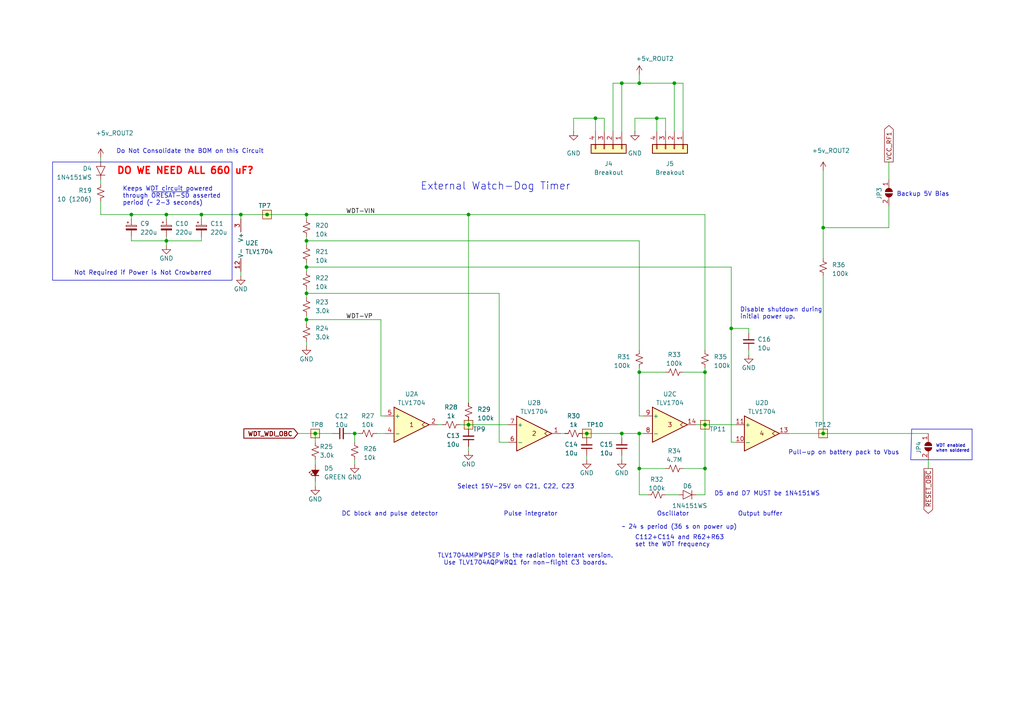
<source format=kicad_sch>
(kicad_sch (version 20231120) (generator "eeschema") (generator_version "8.0")
  (paper "A4")
  (lib_symbols
    (symbol "Connector_Generic:Conn_01x04" (pin_names (offset 1.016) hide)
      (property "Reference" "J" (at 0 5.08 0))
      (property "Value" "Conn_01x04" (at 0 -7.62 0))
      (symbol "Conn_01x04_1_1"
        (pin passive line (at -5.08 2.54 0) (length 3.81) (name "Pin_1") (number "1"))
        (pin passive line (at -5.08 0 0) (length 3.81) (name "Pin_2") (number "2"))
        (pin passive line (at -5.08 -2.54 0) (length 3.81) (name "Pin_3") (number "3"))
        (pin passive line (at -5.08 -5.08 0) (length 3.81) (name "Pin_4") (number "4"))
      )
    )
    (symbol "Device:C_Polarized_Small" (pin_numbers hide) (pin_names (offset 0.254) hide)
      (property "Reference" "C" (at 0.254 1.778 0))
      (property "Value" "C_Polarized_Small" (at 0.254 -2.032 0))
      (symbol "C_Polarized_Small_1_1"
        (pin passive line (at 0 2.54 270) (length 1.8542) (name "~") (number "1"))
        (pin passive line (at 0 -2.54 90) (length 1.8542) (name "~") (number "2"))
      )
    )
    (symbol "Device:C_Small" (pin_numbers hide) (pin_names (offset 0.254) hide)
      (property "Reference" "C" (at 0.254 1.778 0))
      (property "Value" "C_Small" (at 0.254 -2.032 0))
      (symbol "C_Small_1_1"
        (pin passive line (at 0 2.54 270) (length 2.032) (name "~") (number "1"))
        (pin passive line (at 0 -2.54 90) (length 2.032) (name "~") (number "2"))
      )
    )
    (symbol "Device:LED_Small_Filled" (pin_numbers hide) (pin_names (offset 0.254) hide)
      (property "Reference" "D" (at -1.27 3.175 0))
      (property "Value" "LED_Small_Filled" (at -4.445 -2.54 0))
      (symbol "LED_Small_Filled_1_1"
        (pin passive line (at -2.54 0 0) (length 1.778) (name "K") (number "1"))
        (pin passive line (at 2.54 0 180) (length 1.778) (name "A") (number "2"))
      )
    )
    (symbol "Device:R_Small_US" (pin_numbers hide) (pin_names (offset 0.254) hide)
      (property "Reference" "R" (at 0.762 0.508 0))
      (property "Value" "R_Small_US" (at 0.762 -1.016 0))
      (symbol "R_Small_US_1_1"
        (pin passive line (at 0 2.54 270) (length 1.016) (name "~") (number "1"))
        (pin passive line (at 0 -2.54 90) (length 1.016) (name "~") (number "2"))
      )
    )
    (symbol "GND_1" (power) (pin_numbers hide) (pin_names (offset 0) hide)
      (property "Value" "GND" (at 0 -3.81 0))
      (symbol "GND_1_1_1"
        (pin power_in line (at 0 0 270) (length 0) (name "~") (number "1"))
      )
    )
    (symbol "Jumper:SolderJumper_2_Open" (pin_names (offset 0) hide)
      (property "Reference" "JP" (at 0 2.032 0))
      (property "Value" "SolderJumper_2_Open" (at 0 -2.54 0))
      (symbol "SolderJumper_2_Open_1_1"
        (pin passive line (at -3.81 0 0) (length 2.54) (name "A") (number "1"))
        (pin passive line (at 3.81 0 180) (length 2.54) (name "B") (number "2"))
      )
    )
    (symbol "TLV1704AIPWR_1" (pin_names (offset 0.127))
      (property "Reference" "U" (at 0 5.08 0))
      (property "Value" "TLV1704AIPWR" (at 0 -5.08 0))
      (symbol "TLV1704AIPWR_1_1_1"
        (text "1" (at 0 0 0) (effects (font (size 1.27 1.27))))
        (pin open_collector line (at 7.62 0 180) (length 2.54) (name "~") (number "2"))
        (pin input line (at -7.62 -2.54 0) (length 2.54) (name "-") (number "4"))
        (pin input line (at -7.62 2.54 0) (length 2.54) (name "+") (number "5"))
      )
      (symbol "TLV1704AIPWR_1_2_1"
        (text "2" (at 0 0 0) (effects (font (size 1.27 1.27))))
        (pin open_collector line (at 7.62 0 180) (length 2.54) (name "~") (number "1"))
        (pin input line (at -7.62 -2.54 0) (length 2.54) (name "-") (number "6"))
        (pin input line (at -7.62 2.54 0) (length 2.54) (name "+") (number "7"))
      )
      (symbol "TLV1704AIPWR_1_3_1"
        (text "3" (at 0 0 0) (effects (font (size 1.27 1.27))))
        (pin open_collector line (at 7.62 0 180) (length 2.54) (name "~") (number "14"))
        (pin input line (at -7.62 -2.54 0) (length 2.54) (name "-") (number "8"))
        (pin input line (at -7.62 2.54 0) (length 2.54) (name "+") (number "9"))
      )
      (symbol "TLV1704AIPWR_1_4_1"
        (text "4" (at 0 0 0) (effects (font (size 1.27 1.27))))
        (pin input line (at -7.62 -2.54 0) (length 2.54) (name "-") (number "10"))
        (pin input line (at -7.62 2.54 0) (length 2.54) (name "+") (number "11"))
        (pin open_collector line (at 7.62 0 180) (length 2.54) (name "~") (number "13"))
      )
      (symbol "TLV1704AIPWR_1_5_1"
        (pin power_in line (at -2.54 -7.62 90) (length 3.81) (name "V-") (number "12"))
        (pin power_in line (at -2.54 7.62 270) (length 3.81) (name "V+") (number "3"))
      )
    )
    (symbol "TLV1704AIPWR_2" (pin_names (offset 0.127))
      (property "Reference" "U" (at 0 5.08 0))
      (property "Value" "TLV1704AIPWR" (at 0 -5.08 0))
      (symbol "TLV1704AIPWR_2_1_1"
        (text "1" (at 0 0 0) (effects (font (size 1.27 1.27))))
        (pin open_collector line (at 7.62 0 180) (length 2.54) (name "~") (number "2"))
        (pin input line (at -7.62 -2.54 0) (length 2.54) (name "-") (number "4"))
        (pin input line (at -7.62 2.54 0) (length 2.54) (name "+") (number "5"))
      )
      (symbol "TLV1704AIPWR_2_2_1"
        (text "2" (at 0 0 0) (effects (font (size 1.27 1.27))))
        (pin open_collector line (at 7.62 0 180) (length 2.54) (name "~") (number "1"))
        (pin input line (at -7.62 -2.54 0) (length 2.54) (name "-") (number "6"))
        (pin input line (at -7.62 2.54 0) (length 2.54) (name "+") (number "7"))
      )
      (symbol "TLV1704AIPWR_2_3_1"
        (text "3" (at 0 0 0) (effects (font (size 1.27 1.27))))
        (pin open_collector line (at 7.62 0 180) (length 2.54) (name "~") (number "14"))
        (pin input line (at -7.62 -2.54 0) (length 2.54) (name "-") (number "8"))
        (pin input line (at -7.62 2.54 0) (length 2.54) (name "+") (number "9"))
      )
      (symbol "TLV1704AIPWR_2_4_1"
        (text "4" (at 0 0 0) (effects (font (size 1.27 1.27))))
        (pin input line (at -7.62 -2.54 0) (length 2.54) (name "-") (number "10"))
        (pin input line (at -7.62 2.54 0) (length 2.54) (name "+") (number "11"))
        (pin open_collector line (at 7.62 0 180) (length 2.54) (name "~") (number "13"))
      )
      (symbol "TLV1704AIPWR_2_5_1"
        (pin power_in line (at -2.54 -7.62 90) (length 3.81) (name "V-") (number "12"))
        (pin power_in line (at -2.54 7.62 270) (length 3.81) (name "V+") (number "3"))
      )
    )
    (symbol "TLV1704AIPWR_3" (pin_names (offset 0.127))
      (property "Reference" "U" (at 0 5.08 0))
      (property "Value" "TLV1704AIPWR" (at 0 -5.08 0))
      (symbol "TLV1704AIPWR_3_1_1"
        (text "1" (at 0 0 0) (effects (font (size 1.27 1.27))))
        (pin open_collector line (at 7.62 0 180) (length 2.54) (name "~") (number "2"))
        (pin input line (at -7.62 -2.54 0) (length 2.54) (name "-") (number "4"))
        (pin input line (at -7.62 2.54 0) (length 2.54) (name "+") (number "5"))
      )
      (symbol "TLV1704AIPWR_3_2_1"
        (text "2" (at 0 0 0) (effects (font (size 1.27 1.27))))
        (pin open_collector line (at 7.62 0 180) (length 2.54) (name "~") (number "1"))
        (pin input line (at -7.62 -2.54 0) (length 2.54) (name "-") (number "6"))
        (pin input line (at -7.62 2.54 0) (length 2.54) (name "+") (number "7"))
      )
      (symbol "TLV1704AIPWR_3_3_1"
        (text "3" (at 0 0 0) (effects (font (size 1.27 1.27))))
        (pin open_collector line (at 7.62 0 180) (length 2.54) (name "~") (number "14"))
        (pin input line (at -7.62 -2.54 0) (length 2.54) (name "-") (number "8"))
        (pin input line (at -7.62 2.54 0) (length 2.54) (name "+") (number "9"))
      )
      (symbol "TLV1704AIPWR_3_4_1"
        (text "4" (at 0 0 0) (effects (font (size 1.27 1.27))))
        (pin input line (at -7.62 -2.54 0) (length 2.54) (name "-") (number "10"))
        (pin input line (at -7.62 2.54 0) (length 2.54) (name "+") (number "11"))
        (pin open_collector line (at 7.62 0 180) (length 2.54) (name "~") (number "13"))
      )
      (symbol "TLV1704AIPWR_3_5_1"
        (pin power_in line (at -2.54 -7.62 90) (length 3.81) (name "V-") (number "12"))
        (pin power_in line (at -2.54 7.62 270) (length 3.81) (name "V+") (number "3"))
      )
    )
    (symbol "TLV1704AIPWR_4" (pin_names (offset 0.127))
      (property "Reference" "U" (at 0 5.08 0))
      (property "Value" "TLV1704AIPWR" (at 0 -5.08 0))
      (symbol "TLV1704AIPWR_4_1_1"
        (text "1" (at 0 0 0) (effects (font (size 1.27 1.27))))
        (pin open_collector line (at 7.62 0 180) (length 2.54) (name "~") (number "2"))
        (pin input line (at -7.62 -2.54 0) (length 2.54) (name "-") (number "4"))
        (pin input line (at -7.62 2.54 0) (length 2.54) (name "+") (number "5"))
      )
      (symbol "TLV1704AIPWR_4_2_1"
        (text "2" (at 0 0 0) (effects (font (size 1.27 1.27))))
        (pin open_collector line (at 7.62 0 180) (length 2.54) (name "~") (number "1"))
        (pin input line (at -7.62 -2.54 0) (length 2.54) (name "-") (number "6"))
        (pin input line (at -7.62 2.54 0) (length 2.54) (name "+") (number "7"))
      )
      (symbol "TLV1704AIPWR_4_3_1"
        (text "3" (at 0 0 0) (effects (font (size 1.27 1.27))))
        (pin open_collector line (at 7.62 0 180) (length 2.54) (name "~") (number "14"))
        (pin input line (at -7.62 -2.54 0) (length 2.54) (name "-") (number "8"))
        (pin input line (at -7.62 2.54 0) (length 2.54) (name "+") (number "9"))
      )
      (symbol "TLV1704AIPWR_4_4_1"
        (text "4" (at 0 0 0) (effects (font (size 1.27 1.27))))
        (pin input line (at -7.62 -2.54 0) (length 2.54) (name "-") (number "10"))
        (pin input line (at -7.62 2.54 0) (length 2.54) (name "+") (number "11"))
        (pin open_collector line (at 7.62 0 180) (length 2.54) (name "~") (number "13"))
      )
      (symbol "TLV1704AIPWR_4_5_1"
        (pin power_in line (at -2.54 -7.62 90) (length 3.81) (name "V-") (number "12"))
        (pin power_in line (at -2.54 7.62 270) (length 3.81) (name "V+") (number "3"))
      )
    )
    (symbol "oresat-diodes:1N4151WS-HE3" (pin_numbers hide) (pin_names (offset 0) hide)
      (property "Reference" "D" (at 0 2.54 0))
      (property "Value" "1N4151WS" (at 0 -2.54 0))
      (symbol "1N4151WS-HE3_1_1"
        (pin passive line (at 2.54 0 180) (length 1.27) (name "1") (number "1"))
        (pin passive line (at -2.54 0 0) (length 1.27) (name "2") (number "2"))
      )
    )
    (symbol "oresat-ics:TLV1704AIPWR" (pin_names (offset 0.127))
      (property "Reference" "U" (at 0 5.08 0))
      (property "Value" "TLV1704AIPWR" (at 0 -5.08 0))
      (symbol "TLV1704AIPWR_1_1"
        (text "1" (at 0 0 0) (effects (font (size 1.27 1.27))))
        (pin open_collector line (at 7.62 0 180) (length 2.54) (name "~") (number "2"))
        (pin input line (at -7.62 -2.54 0) (length 2.54) (name "-") (number "4"))
        (pin input line (at -7.62 2.54 0) (length 2.54) (name "+") (number "5"))
      )
      (symbol "TLV1704AIPWR_2_1"
        (text "2" (at 0 0 0) (effects (font (size 1.27 1.27))))
        (pin open_collector line (at 7.62 0 180) (length 2.54) (name "~") (number "1"))
        (pin input line (at -7.62 -2.54 0) (length 2.54) (name "-") (number "6"))
        (pin input line (at -7.62 2.54 0) (length 2.54) (name "+") (number "7"))
      )
      (symbol "TLV1704AIPWR_3_1"
        (text "3" (at 0 0 0) (effects (font (size 1.27 1.27))))
        (pin open_collector line (at 7.62 0 180) (length 2.54) (name "~") (number "14"))
        (pin input line (at -7.62 -2.54 0) (length 2.54) (name "-") (number "8"))
        (pin input line (at -7.62 2.54 0) (length 2.54) (name "+") (number "9"))
      )
      (symbol "TLV1704AIPWR_4_1"
        (text "4" (at 0 0 0) (effects (font (size 1.27 1.27))))
        (pin input line (at -7.62 -2.54 0) (length 2.54) (name "-") (number "10"))
        (pin input line (at -7.62 2.54 0) (length 2.54) (name "+") (number "11"))
        (pin open_collector line (at 7.62 0 180) (length 2.54) (name "~") (number "13"))
      )
      (symbol "TLV1704AIPWR_5_1"
        (pin power_in line (at -2.54 -7.62 90) (length 3.81) (name "V-") (number "12"))
        (pin power_in line (at -2.54 7.62 270) (length 3.81) (name "V+") (number "3"))
      )
    )
    (symbol "oresat-misc:Test-Point-0.75mm-th" (exclude_from_sim yes) (in_bom no)
      (property "Reference" "TP" (at 0 2.54 0))
      (symbol "Test-Point-0.75mm-th_1_0"
        (pin passive line (at 0 0 0) (length 0) (name "1") (number "1"))
      )
    )
    (symbol "power:GND" (power) (pin_names (offset 0))
      (property "Value" "GND" (at 0 -3.81 0))
      (symbol "GND_1_1"
        (pin power_in line (at 0 0 270) (length 0) hide (name "GND") (number "1"))
      )
    )
    (symbol "power:VBUS" (power) (pin_numbers hide) (pin_names (offset 0) hide)
      (property "Value" "VBUS" (at 0 3.556 0))
      (symbol "VBUS_1_1"
        (pin power_in line (at 0 0 90) (length 0) (name "~") (number "1"))
      )
    )
  )
  (junction (at 185.42 125.73))
  (junction (at 195.58 24.13))
  (junction (at 180.34 125.73))
  (junction (at 185.42 107.95))
  (junction (at 204.47 123.19))
  (junction (at 212.09 95.25))
  (junction (at 238.76 66.04))
  (junction (at 88.9 62.23))
  (junction (at 204.47 107.95))
  (junction (at 185.42 24.13))
  (junction (at 190.5 34.29))
  (junction (at 135.89 62.23))
  (junction (at 91.44 125.73))
  (junction (at 77.47 62.23))
  (junction (at 204.47 135.89))
  (junction (at 58.42 62.23))
  (junction (at 88.9 85.09))
  (junction (at 102.87 125.73))
  (junction (at 88.9 92.71))
  (junction (at 170.18 125.73))
  (junction (at 69.85 62.23))
  (junction (at 38.1 62.23))
  (junction (at 185.42 135.89))
  (junction (at 172.72 34.29))
  (junction (at 48.26 62.23))
  (junction (at 135.89 123.19))
  (junction (at 238.76 125.73))
  (junction (at 48.26 69.85))
  (junction (at 88.9 77.47))
  (junction (at 180.34 24.13))
  (junction (at 88.9 69.85))
  (wire (pts (xy 29.21 58.42) (xy 29.21 62.23)))
  (wire (pts (xy 198.12 38.1) (xy 198.12 24.13)))
  (wire (pts (xy 172.72 38.1) (xy 172.72 34.29)))
  (wire (pts (xy 204.47 101.6) (xy 204.47 62.23)))
  (wire (pts (xy 133.35 123.19) (xy 135.89 123.19)))
  (wire (pts (xy 198.12 135.89) (xy 204.47 135.89)))
  (wire (pts (xy 180.34 24.13) (xy 180.34 38.1)))
  (wire (pts (xy 88.9 92.71) (xy 88.9 93.98)))
  (wire (pts (xy 217.17 96.52) (xy 217.17 95.25)))
  (wire (pts (xy 88.9 77.47) (xy 212.09 77.47)))
  (wire (pts (xy 257.81 59.69) (xy 257.81 66.04)))
  (wire (pts (xy 88.9 92.71) (xy 110.49 92.71)))
  (wire (pts (xy 48.26 68.58) (xy 48.26 69.85)))
  (wire (pts (xy 212.09 95.25) (xy 212.09 128.27)))
  (wire (pts (xy 69.85 80.01) (xy 69.85 78.74)))
  (wire (pts (xy 86.36 125.73) (xy 91.44 125.73)))
  (wire (pts (xy 144.78 128.27) (xy 147.32 128.27)))
  (wire (pts (xy 238.76 66.04) (xy 238.76 74.93)))
  (wire (pts (xy 58.42 62.23) (xy 69.85 62.23)))
  (wire (pts (xy 88.9 68.58) (xy 88.9 69.85)))
  (wire (pts (xy 88.9 83.82) (xy 88.9 85.09)))
  (wire (pts (xy 217.17 102.87) (xy 217.17 101.6)))
  (wire (pts (xy 48.26 69.85) (xy 38.1 69.85)))
  (wire (pts (xy 185.42 101.6) (xy 185.42 69.85)))
  (wire (pts (xy 88.9 77.47) (xy 88.9 78.74)))
  (wire (pts (xy 193.04 135.89) (xy 185.42 135.89)))
  (wire (pts (xy 91.44 140.97) (xy 91.44 139.7)))
  (wire (pts (xy 127 123.19) (xy 128.27 123.19)))
  (wire (pts (xy 198.12 24.13) (xy 195.58 24.13)))
  (polyline (pts (xy 264.16 133.35) (xy 264.414 124.46)))
  (wire (pts (xy 29.21 52.07) (xy 29.21 53.34)))
  (wire (pts (xy 185.42 106.68) (xy 185.42 107.95)))
  (wire (pts (xy 29.21 62.23) (xy 38.1 62.23)))
  (wire (pts (xy 135.89 123.19) (xy 135.89 121.92)))
  (wire (pts (xy 177.8 38.1) (xy 177.8 24.13)))
  (wire (pts (xy 190.5 34.29) (xy 184.15 34.29)))
  (wire (pts (xy 185.42 107.95) (xy 193.04 107.95)))
  (wire (pts (xy 190.5 38.1) (xy 190.5 34.29)))
  (wire (pts (xy 38.1 68.58) (xy 38.1 69.85)))
  (wire (pts (xy 204.47 107.95) (xy 204.47 123.19)))
  (wire (pts (xy 212.09 77.47) (xy 212.09 95.25)))
  (wire (pts (xy 175.26 34.29) (xy 175.26 38.1)))
  (wire (pts (xy 238.76 49.53) (xy 238.76 66.04)))
  (wire (pts (xy 204.47 143.51) (xy 204.47 135.89)))
  (wire (pts (xy 77.47 62.23) (xy 88.9 62.23)))
  (wire (pts (xy 135.89 62.23) (xy 88.9 62.23)))
  (wire (pts (xy 48.26 62.23) (xy 48.26 63.5)))
  (wire (pts (xy 257.81 66.04) (xy 238.76 66.04)))
  (wire (pts (xy 162.56 125.73) (xy 163.83 125.73)))
  (polyline (pts (xy 264.414 124.46) (xy 281.94 124.46)))
  (wire (pts (xy 58.42 63.5) (xy 58.42 62.23)))
  (wire (pts (xy 88.9 99.06) (xy 88.9 100.33)))
  (wire (pts (xy 172.72 34.29) (xy 175.26 34.29)))
  (wire (pts (xy 135.89 130.81) (xy 135.89 129.54)))
  (wire (pts (xy 195.58 38.1) (xy 195.58 24.13)))
  (wire (pts (xy 212.09 95.25) (xy 217.17 95.25)))
  (wire (pts (xy 168.91 125.73) (xy 170.18 125.73)))
  (wire (pts (xy 48.26 69.85) (xy 58.42 69.85)))
  (wire (pts (xy 109.22 125.73) (xy 111.76 125.73)))
  (wire (pts (xy 69.85 63.5) (xy 69.85 62.23)))
  (wire (pts (xy 180.34 24.13) (xy 185.42 24.13)))
  (wire (pts (xy 48.26 62.23) (xy 58.42 62.23)))
  (wire (pts (xy 88.9 85.09) (xy 144.78 85.09)))
  (wire (pts (xy 166.37 34.29) (xy 166.37 38.1)))
  (wire (pts (xy 204.47 106.68) (xy 204.47 107.95)))
  (wire (pts (xy 185.42 125.73) (xy 186.69 125.73)))
  (wire (pts (xy 185.42 120.65) (xy 185.42 107.95)))
  (wire (pts (xy 180.34 125.73) (xy 185.42 125.73)))
  (wire (pts (xy 193.04 34.29) (xy 193.04 38.1)))
  (wire (pts (xy 102.87 125.73) (xy 104.14 125.73)))
  (wire (pts (xy 180.34 133.35) (xy 180.34 132.08)))
  (wire (pts (xy 186.69 120.65) (xy 185.42 120.65)))
  (wire (pts (xy 135.89 123.19) (xy 147.32 123.19)))
  (wire (pts (xy 101.6 125.73) (xy 102.87 125.73)))
  (wire (pts (xy 195.58 24.13) (xy 185.42 24.13)))
  (wire (pts (xy 257.81 46.99) (xy 257.81 52.07)))
  (wire (pts (xy 170.18 125.73) (xy 170.18 127)))
  (wire (pts (xy 110.49 92.71) (xy 110.49 120.65)))
  (wire (pts (xy 172.72 34.29) (xy 166.37 34.29)))
  (wire (pts (xy 69.85 62.23) (xy 77.47 62.23)))
  (wire (pts (xy 198.12 107.95) (xy 204.47 107.95)))
  (wire (pts (xy 102.87 125.73) (xy 102.87 128.27)))
  (wire (pts (xy 170.18 125.73) (xy 180.34 125.73)))
  (wire (pts (xy 184.15 34.29) (xy 184.15 38.1)))
  (wire (pts (xy 135.89 62.23) (xy 135.89 116.84)))
  (wire (pts (xy 180.34 127) (xy 180.34 125.73)))
  (wire (pts (xy 91.44 133.35) (xy 91.44 134.62)))
  (wire (pts (xy 185.42 135.89) (xy 185.42 125.73)))
  (wire (pts (xy 228.6 125.73) (xy 238.76 125.73)))
  (wire (pts (xy 88.9 69.85) (xy 185.42 69.85)))
  (wire (pts (xy 48.26 69.85) (xy 48.26 71.12)))
  (wire (pts (xy 201.93 123.19) (xy 204.47 123.19)))
  (wire (pts (xy 91.44 125.73) (xy 96.52 125.73)))
  (wire (pts (xy 185.42 143.51) (xy 185.42 135.89)))
  (wire (pts (xy 204.47 135.89) (xy 204.47 123.19)))
  (wire (pts (xy 269.24 133.35) (xy 269.24 135.89)))
  (wire (pts (xy 88.9 76.2) (xy 88.9 77.47)))
  (wire (pts (xy 38.1 62.23) (xy 38.1 63.5)))
  (wire (pts (xy 29.21 45.72) (xy 29.21 46.99)))
  (wire (pts (xy 91.44 128.27) (xy 91.44 125.73)))
  (wire (pts (xy 38.1 62.23) (xy 48.26 62.23)))
  (wire (pts (xy 58.42 68.58) (xy 58.42 69.85)))
  (wire (pts (xy 135.89 62.23) (xy 204.47 62.23)))
  (wire (pts (xy 88.9 91.44) (xy 88.9 92.71)))
  (wire (pts (xy 238.76 80.01) (xy 238.76 125.73)))
  (wire (pts (xy 135.89 123.19) (xy 135.89 124.46)))
  (wire (pts (xy 238.76 125.73) (xy 269.24 125.73)))
  (wire (pts (xy 177.8 24.13) (xy 180.34 24.13)))
  (wire (pts (xy 204.47 123.19) (xy 213.36 123.19)))
  (wire (pts (xy 88.9 63.5) (xy 88.9 62.23)))
  (wire (pts (xy 102.87 133.35) (xy 102.87 134.62)))
  (wire (pts (xy 212.09 128.27) (xy 213.36 128.27)))
  (wire (pts (xy 193.04 143.51) (xy 196.85 143.51)))
  (polyline (pts (xy 281.94 124.46) (xy 281.94 133.35)))
  (wire (pts (xy 88.9 85.09) (xy 88.9 86.36)))
  (wire (pts (xy 190.5 34.29) (xy 193.04 34.29)))
  (wire (pts (xy 144.78 85.09) (xy 144.78 128.27)))
  (wire (pts (xy 110.49 120.65) (xy 111.76 120.65)))
  (wire (pts (xy 185.42 24.13) (xy 185.42 21.59)))
  (wire (pts (xy 201.93 143.51) (xy 204.47 143.51)))
  (polyline (pts (xy 281.94 133.35) (xy 264.16 133.35)))
  (wire (pts (xy 185.42 143.51) (xy 187.96 143.51)))
  (wire (pts (xy 88.9 69.85) (xy 88.9 71.12)))
  (wire (pts (xy 170.18 133.35) (xy 170.18 132.08)))
  (rectangle (start 15.24 46.99) (end 67.31 81.28))
  (text "Select 15V-25V on C21, C22, C23" (at 149.606 141.224 0) (effects (font (size 1.27 1.27))))
  (text "TLV1704AMPWPSEP is the radiation tolerant version.\nUse TLV1704AQPWRQ1 for non-flight C3 boards." (at 152.4 162.306 0) (effects (font (size 1.27 1.27))))
  (text "DO WE NEED ALL 660 uF?" (at 33.782 50.8 0) (effects (font (size 2 2) (thickness 0.4) (bold yes)) (justify left bottom)))
  (text "~ 24 s period (36 s on power up)" (at 180.34 153.67 0) (effects (font (size 1.27 1.27)) (justify left bottom)))
  (text "Pulse integrator" (at 146.05 149.86 0) (effects (font (size 1.27 1.27)) (justify left bottom)))
  (text "Not Required if Power is Not Crowbarred " (at 41.91 79.248 0) (effects (font (size 1.27 1.27))))
  (text "Do Not Consolidate the BOM on this Circuit" (at 55.118 43.942 0) (effects (font (size 1.27 1.27))))
  (text "External Watch-Dog Timer" (at 121.92 55.372 0) (effects (font (size 2.159 2.159)) (justify left bottom)))
  (text "D5 and D7 MUST be 1N4151WS" (at 222.504 143.256 0) (effects (font (size 1.27 1.27))))
  (text "Oscillator" (at 190.5 149.86 0) (effects (font (size 1.27 1.27)) (justify left bottom)))
  (text "C112+C114 and R62+R63 \nset the WDT frequency" (at 184.15 158.75 0) (effects (font (size 1.27 1.27)) (justify left bottom)))
  (text "Pull-up on battery pack to Vbus" (at 228.6 132.08 0) (effects (font (size 1.27 1.27)) (justify left bottom)))
  (text "Keeps WDT circuit powered\nthrough ~{ORESAT-SD} asserted\nperiod (~ 2-3 seconds)" (at 35.56 59.69 0) (effects (font (size 1.27 1.27)) (justify left bottom)))
  (text "Backup 5V Bias" (at 267.716 56.388 0) (effects (font (size 1.27 1.27))))
  (text "Output buffer" (at 213.995 149.86 0) (effects (font (size 1.27 1.27)) (justify left bottom)))
  (text "Disable shutdown during\ninitial power up." (at 214.63 92.71 0) (effects (font (size 1.27 1.27)) (justify left bottom)))
  (text "DC block and pulse detector" (at 99.06 149.86 0) (effects (font (size 1.27 1.27)) (justify left bottom)))
  (text "WDT enabled\nwhen soldered" (at 271.399 131.318 0) (effects (font (size 0.889 0.889)) (justify left bottom)))
  (label "WDT-VIN" (at 100.33 62.23 0))
  (label "WDT-VP" (at 100.33 92.71 0))
  (global_label "VCC_RF1" (shape output) (at 257.81 46.99 90) (property "Intersheetrefs" "${INTERSHEET_REFS}" (effects (hide yes))))
  (global_label "~{RESET_OBC}" (shape output) (at 269.24 135.89 270) (property "Intersheetrefs" "${INTERSHEET_REFS}" (effects (hide yes))))
  (global_label "WDT_WDI_OBC" (shape input) (at 86.36 125.73 180) (effects (font (thickness 0.254) (bold yes))) (property "Intersheetrefs" "${INTERSHEET_REFS}" (effects (hide yes))))
  (symbol (lib_id "Device:R_Small_US") (at 106.68 125.73 90) (unit 1)
    (property "Reference" "R27" (at 106.68 120.65 90))
    (property "Value" "10k" (at 106.68 123.19 90))
    (property "Footprint" "Resistor_SMD:R_0603_1608Metric" (effects (hide yes)))
    (property "Description" "10 kOhms ±1% 0.1W, 1/10W Chip Resistor 0603 (1608 Metric) Automotive AEC-Q200 Thick Film" (effects (hide yes)))
    (property "DPN" "RMCF0603FT10K0CT-ND" (effects (hide yes)))
    (property "DST" "Digi-Key" (effects (hide yes)))
    (property "MFR" "Stackpole Electronics Inc" (effects (hide yes)))
    (property "MPN" "RMCF0603FT10K0" (effects (hide yes)))
  )
  (symbol (lib_id "power:GND") (at 102.87 134.62 0) (unit 1)
    (property "Reference" "#PWR020" (effects (hide yes)))
    (property "Value" "GND" (at 102.87 138.43 0))
    (property "Description" "Power symbol creates a global label with name \"GND\" , ground" (effects (hide yes)))
  )
  (symbol (lib_id "power:GND") (at 69.85 80.01 0) (mirror y) (unit 1)
    (property "Reference" "#PWR017" (effects (hide yes)))
    (property "Value" "GND" (at 69.85 83.82 0))
    (property "Description" "Power symbol creates a global label with name \"GND\" , ground" (effects (hide yes)))
  )
  (symbol (lib_id "power:GND") (at 135.89 130.81 0) (unit 1)
    (property "Reference" "#PWR021" (effects (hide yes)))
    (property "Value" "GND" (at 135.89 134.62 0))
    (property "Description" "Power symbol creates a global label with name \"GND\" , ground" (effects (hide yes)))
  )
  (symbol (lib_id "power:GND") (at 91.44 140.97 0) (unit 1)
    (property "Reference" "#PWR019" (effects (hide yes)))
    (property "Value" "GND" (at 91.44 144.78 0))
    (property "Description" "Power symbol creates a global label with name \"GND\" , ground" (effects (hide yes)))
  )
  (symbol (lib_id "oresat-misc:Test-Point-0.75mm-th") (at 170.18 125.73 0) (unit 1) (exclude_from_sim yes) (in_bom no)
    (property "Reference" "TP10" (at 170.18 123.19 0) (effects (justify left)))
    (property "Value" "TestPoint-MinTH" (effects (hide yes)))
    (property "Footprint" "oresat-misc:TestPoint-0.75mm-th" (effects (hide yes)))
    (property "Description" "0.75 mm TH test point; good for scope probes and jumpers" (effects (hide yes)))
  )
  (symbol (lib_name "TLV1704AIPWR_3") (lib_id "oresat-ics:TLV1704AIPWR") (at 220.98 125.73 0) (unit 4)
    (property "Reference" "U2" (at 220.98 116.84 0))
    (property "Value" "TLV1704" (at 220.98 119.38 0))
    (property "Footprint" "Package_SO:TSSOP-14_4.4x5mm_P0.65mm" (effects (hide yes)))
    (property "Datasheet" "https://www.ti.com/lit/ds/symlink/tlv1704-sep.pdf" (effects (hide yes)))
    (property "Description" "Analog Comparators 2.2-V to 36-V, radiation tolerant microPower quad comparator in space enhanced plastic 14-TSSOP -55 to 125" (effects (hide yes)))
    (property "MFR" "Texas Instruments" (effects (hide yes)))
    (property "MPN" "TLV1704AQPWRQ1" (effects (hide yes)))
    (property "DST" "Digi-Key" (effects (hide yes)))
    (property "DPN" "296-43799-2-ND" (effects (hide yes)))
  )
  (symbol (lib_name "TLV1704AIPWR_1") (lib_id "oresat-ics:TLV1704AIPWR") (at 119.38 123.19 0) (unit 1)
    (property "Reference" "U2" (at 119.38 114.3 0))
    (property "Value" "TLV1704" (at 119.38 116.84 0))
    (property "Footprint" "Package_SO:TSSOP-14_4.4x5mm_P0.65mm" (effects (hide yes)))
    (property "Datasheet" "https://www.ti.com/lit/ds/symlink/tlv1704-sep.pdf" (effects (hide yes)))
    (property "Description" "Analog Comparators 2.2-V to 36-V, radiation tolerant microPower quad comparator in space enhanced plastic 14-TSSOP -55 to 125" (effects (hide yes)))
    (property "MFR" "Texas Instruments" (effects (hide yes)))
    (property "MPN" "TLV1704AQPWRQ1" (effects (hide yes)))
    (property "DST" "Digi-Key" (effects (hide yes)))
    (property "DPN" "296-43799-2-ND" (effects (hide yes)))
  )
  (symbol (lib_name "GND_1") (lib_id "power:GND") (at 184.15 38.1 0) (unit 1)
    (property "Reference" "#PWR025" (effects (hide yes)))
    (property "Value" "GND" (at 184.15 44.45 0))
    (property "Description" "Power symbol creates a global label with name \"GND\" , ground" (effects (hide yes)))
  )
  (symbol (lib_id "power:VBUS") (at 29.21 45.72 0) (unit 1)
    (property "Reference" "#PWR015" (effects (hide yes)))
    (property "Value" "+5v_ROUT2" (at 27.686 38.608 0) (effects (justify left)))
    (property "Description" "Power symbol creates a global label with name \"VBUS\"" (effects (hide yes)))
  )
  (symbol (lib_id "Device:C_Small") (at 99.06 125.73 90) (unit 1)
    (property "Reference" "C12" (at 99.0663 120.65 90))
    (property "Value" "10u" (at 99.0663 123.19 90))
    (property "Footprint" "Capacitor_SMD:C_0603_1608Metric" (effects (hide yes)))
    (property "Description" "10 µF ±10% 16V Ceramic Capacitor X5R 0603 (1608 Metric)" (effects (hide yes)))
    (property "DPN" "490-12317-1-ND" (effects (hide yes)))
    (property "DST" "Digi-Key" (effects (hide yes)))
    (property "MFR" "Murata" (effects (hide yes)))
    (property "MPN" "GRT188R61C106KE13D" (effects (hide yes)))
  )
  (symbol (lib_id "power:GND") (at 88.9 100.33 0) (unit 1)
    (property "Reference" "#PWR018" (effects (hide yes)))
    (property "Value" "GND" (at 88.9 104.14 0))
    (property "Description" "Power symbol creates a global label with name \"GND\" , ground" (effects (hide yes)))
  )
  (symbol (lib_id "Device:C_Polarized_Small") (at 48.26 66.04 0) (unit 1)
    (property "Reference" "C10" (at 50.8 64.8589 0) (effects (justify left)))
    (property "Value" "220u" (at 50.8 67.3989 0) (effects (justify left)))
    (property "Footprint" "Capacitor_Tantalum_SMD:CP_EIA-7361-38_AVX-V" (effects (hide yes)))
    (property "Description" "220µF Molded Tantalum Capacitors 16V 2917 (7343 Metric) 100mOhm @ 100kHz" (effects (hide yes)))
    (property "DPN" "478-12518-2-ND" (effects (hide yes)))
    (property "DST" "Digi-Key" (effects (hide yes)))
    (property "MFR" "Kyocera AVX" (effects (hide yes)))
    (property "MPN" "TCN4227M025R0100" (effects (hide yes)))
  )
  (symbol (lib_id "Device:R_Small_US") (at 185.42 104.14 0) (mirror x) (unit 1)
    (property "Reference" "R31" (at 182.88 103.505 0) (effects (justify right)))
    (property "Value" "100k" (at 182.88 106.045 0) (effects (justify right)))
    (property "Footprint" "Resistor_SMD:R_0603_1608Metric" (effects (hide yes)))
    (property "Description" "100 kOhms ±5% 0.1W, 1/10W Chip Resistor 0603 (1608 Metric) Automotive AEC-Q200 Thick Film" (effects (hide yes)))
    (property "DPN" "RMCF0603FT100KCT-ND" (effects (hide yes)))
    (property "DST" "Digi-Key" (effects (hide yes)))
    (property "MFR" "Stackpole Electronics Inc" (effects (hide yes)))
    (property "MPN" "RMCF0603FT100K" (effects (hide yes)))
  )
  (symbol (lib_id "Device:R_Small_US") (at 195.58 135.89 270) (unit 1)
    (property "Reference" "R34" (at 195.58 130.81 90))
    (property "Value" "4.7M" (at 195.58 133.35 90))
    (property "Footprint" "Resistor_SMD:R_0603_1608Metric" (effects (hide yes)))
    (property "Description" "4.7 MOhms ±1% 0.1W, 1/10W Chip Resistor 0603 (1608 Metric) Automotive AEC-Q200 Thick Film" (effects (hide yes)))
    (property "DPN" "RMCF0603FT4M70CT-ND" (effects (hide yes)))
    (property "DST" "Digi-Key" (effects (hide yes)))
    (property "MFR" "Stackpole Electronics Inc" (effects (hide yes)))
    (property "MPN" "RMCF0603FT4M70" (effects (hide yes)))
  )
  (symbol (lib_id "Device:R_Small_US") (at 135.89 119.38 0) (unit 1)
    (property "Reference" "R29" (at 138.43 118.745 0) (effects (justify left)))
    (property "Value" "100k" (at 138.43 121.285 0) (effects (justify left)))
    (property "Footprint" "Resistor_SMD:R_0603_1608Metric" (effects (hide yes)))
    (property "Description" "100 kOhms ±5% 0.1W, 1/10W Chip Resistor 0603 (1608 Metric) Automotive AEC-Q200 Thick Film" (effects (hide yes)))
    (property "DPN" "RMCF0603FT100KCT-ND" (effects (hide yes)))
    (property "DST" "Digi-Key" (effects (hide yes)))
    (property "MFR" "Stackpole Electronics Inc" (effects (hide yes)))
    (property "MPN" "RMCF0603FT100K" (effects (hide yes)))
  )
  (symbol (lib_id "Device:R_Small_US") (at 91.44 130.81 0) (unit 1)
    (property "Reference" "R25" (at 92.71 129.54 0) (effects (justify left)))
    (property "Value" "3.0k" (at 92.71 132.08 0) (effects (justify left)))
    (property "Footprint" "Resistor_SMD:R_0603_1608Metric" (effects (hide yes)))
    (property "Description" "3 kOhms ±1% 0.1W, 1/10W Chip Resistor 0603 (1608 Metric) Automotive AEC-Q200 Thick Film" (effects (hide yes)))
    (property "DPN" "RMCF0603FT3K00CT-ND" (effects (hide yes)))
    (property "DST" "Digi-Key" (effects (hide yes)))
    (property "MFR" "Stackpole Electronics Inc" (effects (hide yes)))
    (property "MPN" "RMCF0603FT3K00" (effects (hide yes)))
  )
  (symbol (lib_id "Device:C_Small") (at 180.34 129.54 0) (mirror x) (unit 1)
    (property "Reference" "C15" (at 177.8 128.8986 0) (effects (justify right)))
    (property "Value" "10u" (at 177.8 131.4386 0) (effects (justify right)))
    (property "Footprint" "Capacitor_SMD:C_0603_1608Metric" (effects (hide yes)))
    (property "Description" "10 µF ±10% 16V Ceramic Capacitor X5R 0603 (1608 Metric)" (effects (hide yes)))
    (property "DPN" "490-12317-1-ND" (effects (hide yes)))
    (property "DST" "Digi-Key" (effects (hide yes)))
    (property "MFR" "Murata" (effects (hide yes)))
    (property "MPN" "GRT188R61C106KE13D" (effects (hide yes)))
  )
  (symbol (lib_id "Device:R_Small_US") (at 102.87 130.81 0) (unit 1)
    (property "Reference" "R26" (at 105.41 130.175 0) (effects (justify left)))
    (property "Value" "10k" (at 105.41 132.715 0) (effects (justify left)))
    (property "Footprint" "Resistor_SMD:R_0603_1608Metric" (effects (hide yes)))
    (property "Description" "10 kOhms ±1% 0.1W, 1/10W Chip Resistor 0603 (1608 Metric) Automotive AEC-Q200 Thick Film" (effects (hide yes)))
    (property "DPN" "RMCF0603FT10K0CT-ND" (effects (hide yes)))
    (property "DST" "Digi-Key" (effects (hide yes)))
    (property "MFR" "Stackpole Electronics Inc" (effects (hide yes)))
    (property "MPN" "RMCF0603FT10K0" (effects (hide yes)))
  )
  (symbol (lib_id "power:VBUS") (at 238.76 49.53 0) (unit 1)
    (property "Reference" "#PWR028" (effects (hide yes)))
    (property "Value" "+5v_ROUT2" (at 235.458 43.688 0) (effects (justify left)))
    (property "Description" "Power symbol creates a global label with name \"VBUS\"" (effects (hide yes)))
  )
  (symbol (lib_id "Device:C_Polarized_Small") (at 38.1 66.04 0) (unit 1)
    (property "Reference" "C9" (at 40.64 64.8589 0) (effects (justify left)))
    (property "Value" "220u" (at 40.64 67.3989 0) (effects (justify left)))
    (property "Footprint" "Capacitor_Tantalum_SMD:CP_EIA-7361-38_AVX-V" (effects (hide yes)))
    (property "Description" "220µF Molded Tantalum Capacitors 25V 2924 (7361 Metric) 100mOhm @ 100kHz" (effects (hide yes)))
    (property "DPN" "478-12518-2-ND" (effects (hide yes)))
    (property "DST" "Digi-Key" (effects (hide yes)))
    (property "MFR" "Kyocera AVX" (effects (hide yes)))
    (property "MPN" "TCN4227M025R0100" (effects (hide yes)))
  )
  (symbol (lib_id "Device:R_Small_US") (at 88.9 81.28 0) (unit 1)
    (property "Reference" "R22" (at 91.44 80.645 0) (effects (justify left)))
    (property "Value" "10k" (at 91.44 83.185 0) (effects (justify left)))
    (property "Footprint" "Resistor_SMD:R_0603_1608Metric" (effects (hide yes)))
    (property "Description" "10 kOhms ±1% 0.1W, 1/10W Chip Resistor 0603 (1608 Metric) Automotive AEC-Q200 Thick Film" (effects (hide yes)))
    (property "DPN" "RMCF0603FT10K0CT-ND" (effects (hide yes)))
    (property "DST" "Digi-Key" (effects (hide yes)))
    (property "MFR" "Stackpole Electronics Inc" (effects (hide yes)))
    (property "MPN" "RMCF0603FT10K0" (effects (hide yes)))
  )
  (symbol (lib_id "Device:R_Small_US") (at 88.9 96.52 0) (unit 1)
    (property "Reference" "R24" (at 91.44 95.25 0) (effects (justify left)))
    (property "Value" "3.0k" (at 91.44 97.79 0) (effects (justify left)))
    (property "Footprint" "Resistor_SMD:R_0603_1608Metric" (effects (hide yes)))
    (property "Description" "3 kOhms ±1% 0.1W, 1/10W Chip Resistor 0603 (1608 Metric) Automotive AEC-Q200 Thick Film" (effects (hide yes)))
    (property "DPN" "RMCF0603FT3K00CT-ND" (effects (hide yes)))
    (property "DST" "Digi-Key" (effects (hide yes)))
    (property "MFR" "Stackpole Electronics Inc" (effects (hide yes)))
    (property "MPN" "RMCF0603FT3K00" (effects (hide yes)))
  )
  (symbol (lib_id "oresat-ics:TLV1704AIPWR") (at 72.39 71.12 0) (unit 5)
    (property "Reference" "U2" (at 71.12 70.485 0) (effects (justify left)))
    (property "Value" "TLV1704" (at 71.12 73.025 0) (effects (justify left)))
    (property "Footprint" "Package_SO:TSSOP-14_4.4x5mm_P0.65mm" (effects (hide yes)))
    (property "Datasheet" "https://www.ti.com/lit/ds/symlink/tlv1704-sep.pdf" (effects (hide yes)))
    (property "Description" "Analog Comparators 2.2-V to 36-V, radiation tolerant microPower quad comparator in space enhanced plastic 14-TSSOP -55 to 125" (effects (hide yes)))
    (property "MFR" "Texas Instruments" (effects (hide yes)))
    (property "MPN" "TLV1704AQPWRQ1" (effects (hide yes)))
    (property "DST" "Digi-Key" (effects (hide yes)))
    (property "DPN" "296-43799-2-ND" (effects (hide yes)))
  )
  (symbol (lib_id "Connector_Generic:Conn_01x04") (at 195.58 43.18 270) (unit 1)
    (property "Reference" "J5" (at 194.31 47.498 90))
    (property "Value" "Breakout" (at 194.31 50.038 90))
    (property "Footprint" "FC_DEV_BOARD:JST_BM04B-SRSS-TB(LF)(SN)" (effects (hide yes)))
  )
  (symbol (lib_name "TLV1704AIPWR_4") (lib_id "oresat-ics:TLV1704AIPWR") (at 154.94 125.73 0) (unit 2)
    (property "Reference" "U2" (at 154.94 116.84 0))
    (property "Value" "TLV1704" (at 154.94 119.38 0))
    (property "Footprint" "Package_SO:TSSOP-14_4.4x5mm_P0.65mm" (effects (hide yes)))
    (property "Datasheet" "https://www.ti.com/lit/ds/symlink/tlv1704-sep.pdf" (effects (hide yes)))
    (property "Description" "Analog Comparators 2.2-V to 36-V, radiation tolerant microPower quad comparator in space enhanced plastic 14-TSSOP -55 to 125" (effects (hide yes)))
    (property "MFR" "Texas Instruments" (effects (hide yes)))
    (property "MPN" "TLV1704AQPWRQ1" (effects (hide yes)))
    (property "DST" "Digi-Key" (effects (hide yes)))
    (property "DPN" "296-43799-2-ND" (effects (hide yes)))
  )
  (symbol (lib_id "oresat-misc:Test-Point-0.75mm-th") (at 135.89 123.19 0) (unit 1) (exclude_from_sim yes) (in_bom no)
    (property "Reference" "TP9" (at 137.16 124.46 0) (effects (justify left)))
    (property "Value" "TestPoint-MinTH" (effects (hide yes)))
    (property "Footprint" "oresat-misc:TestPoint-0.75mm-th" (effects (hide yes)))
    (property "Description" "0.75 mm TH test point; good for scope probes and jumpers" (effects (hide yes)))
  )
  (symbol (lib_id "Device:C_Small") (at 217.17 99.06 180) (unit 1)
    (property "Reference" "C16" (at 219.71 98.4186 0) (effects (justify right)))
    (property "Value" "10u" (at 219.71 100.9586 0) (effects (justify right)))
    (property "Footprint" "Capacitor_SMD:C_0603_1608Metric" (effects (hide yes)))
    (property "Description" "10 µF ±10% 16V Ceramic Capacitor X5R 0603 (1608 Metric)" (effects (hide yes)))
    (property "DPN" "490-12317-1-ND" (effects (hide yes)))
    (property "DST" "Digi-Key" (effects (hide yes)))
    (property "MFR" "Murata" (effects (hide yes)))
    (property "MPN" "GRT188R61C106KE13D" (effects (hide yes)))
  )
  (symbol (lib_id "Device:R_Small_US") (at 130.81 123.19 90) (unit 1)
    (property "Reference" "R28" (at 130.81 118.11 90))
    (property "Value" "1k" (at 130.81 120.65 90))
    (property "Footprint" "Resistor_SMD:R_0603_1608Metric" (effects (hide yes)))
    (property "Description" "1 kOhms ±1% 0.1W, 1/10W Chip Resistor 0603 (1608 Metric) Automotive AEC-Q200 Thick Film" (effects (hide yes)))
    (property "DPN" "RMCF0603FT1K00CT-ND" (effects (hide yes)))
    (property "DST" "Digi-Key" (effects (hide yes)))
    (property "MFR" "Stackpole Electronics Inc" (effects (hide yes)))
    (property "MPN" "RMCF0603FT1K00" (effects (hide yes)))
  )
  (symbol (lib_id "power:GND") (at 170.18 133.35 0) (mirror y) (unit 1)
    (property "Reference" "#PWR023" (effects (hide yes)))
    (property "Value" "GND" (at 170.18 137.16 0))
    (property "Description" "Power symbol creates a global label with name \"GND\" , ground" (effects (hide yes)))
  )
  (symbol (lib_id "oresat-diodes:1N4151WS-HE3") (at 29.21 49.53 90) (mirror x) (unit 1)
    (property "Reference" "D4" (at 26.67 48.895 90) (effects (justify left)))
    (property "Value" "1N4151WS" (at 26.67 51.435 90) (effects (justify left)))
    (property "Footprint" "Diode_SMD:D_SOD-323" (effects (hide yes)))
    (property "Datasheet" "https://www.vishay.com/docs/85847/1n4151ws.pdf" (effects (hide yes)))
    (property "Description" "Diode Standard 50V 150mA Surface Mount SOD-323" (effects (hide yes)))
    (property "DPN" "112-1N4151WS-E3-08CT-ND" (effects (hide yes)))
    (property "DST" "Digi-Key" (effects (hide yes)))
    (property "MFR" "Vishay" (effects (hide yes)))
    (property "MPN" "1N4151WS-E3-08" (effects (hide yes)))
  )
  (symbol (lib_id "Device:C_Small") (at 135.89 127 0) (mirror x) (unit 1)
    (property "Reference" "C13" (at 133.35 126.3586 0) (effects (justify right)))
    (property "Value" "10u" (at 133.35 128.8986 0) (effects (justify right)))
    (property "Footprint" "Capacitor_SMD:C_0603_1608Metric" (effects (hide yes)))
    (property "Description" "10 µF ±10% 16V Ceramic Capacitor X5R 0603 (1608 Metric)" (effects (hide yes)))
    (property "DPN" "490-12317-1-ND" (effects (hide yes)))
    (property "DST" "Digi-Key" (effects (hide yes)))
    (property "MFR" "Murata" (effects (hide yes)))
    (property "MPN" "GRT188R61C106KE13D" (effects (hide yes)))
  )
  (symbol (lib_id "Device:R_Small_US") (at 204.47 104.14 180) (unit 1)
    (property "Reference" "R35" (at 207.01 103.505 0) (effects (justify right)))
    (property "Value" "100k" (at 207.01 106.045 0) (effects (justify right)))
    (property "Footprint" "Resistor_SMD:R_0603_1608Metric" (effects (hide yes)))
    (property "Description" "100 kOhms ±5% 0.1W, 1/10W Chip Resistor 0603 (1608 Metric) Automotive AEC-Q200 Thick Film" (effects (hide yes)))
    (property "DPN" "RMCF0603FT100KCT-ND" (effects (hide yes)))
    (property "DST" "Digi-Key" (effects (hide yes)))
    (property "MFR" "Stackpole Electronics Inc" (effects (hide yes)))
    (property "MPN" "RMCF0603FT100K" (effects (hide yes)))
  )
  (symbol (lib_name "GND_1") (lib_id "power:GND") (at 166.37 38.1 0) (unit 1)
    (property "Reference" "#PWR022" (effects (hide yes)))
    (property "Value" "GND" (at 166.37 44.45 0))
    (property "Description" "Power symbol creates a global label with name \"GND\" , ground" (effects (hide yes)))
  )
  (symbol (lib_id "Connector_Generic:Conn_01x04") (at 177.8 43.18 270) (unit 1)
    (property "Reference" "J4" (at 176.53 47.498 90))
    (property "Value" "Breakout" (at 176.53 50.038 90))
    (property "Footprint" "Connector_PinHeader_2.54mm:PinHeader_1x04_P2.54mm_Vertical" (effects (hide yes)))
  )
  (symbol (lib_id "power:GND") (at 217.17 102.87 0) (mirror y) (unit 1)
    (property "Reference" "#PWR027" (effects (hide yes)))
    (property "Value" "GND" (at 217.17 106.68 0))
    (property "Description" "Power symbol creates a global label with name \"GND\" , ground" (effects (hide yes)))
  )
  (symbol (lib_id "Device:R_Small_US") (at 190.5 143.51 270) (unit 1)
    (property "Reference" "R32" (at 190.5 139.065 90))
    (property "Value" "100k" (at 190.5 141.605 90))
    (property "Footprint" "Resistor_SMD:R_0603_1608Metric" (effects (hide yes)))
    (property "Description" "100 kOhms ±5% 0.1W, 1/10W Chip Resistor 0603 (1608 Metric) Automotive AEC-Q200 Thick Film" (effects (hide yes)))
    (property "DPN" "RMCF0603FT100KCT-ND" (effects (hide yes)))
    (property "DST" "Digi-Key" (effects (hide yes)))
    (property "MFR" "Stackpole Electronics Inc" (effects (hide yes)))
    (property "MPN" "RMCF0603FT100K" (effects (hide yes)))
  )
  (symbol (lib_id "Device:R_Small_US") (at 29.21 55.88 0) (mirror y) (unit 1)
    (property "Reference" "R19" (at 26.67 55.245 0) (effects (justify left)))
    (property "Value" "10 (1206)" (at 26.67 57.785 0) (effects (justify left)))
    (property "Footprint" "Resistor_SMD:R_1206_3216Metric" (effects (hide yes)))
    (property "Description" "10 Ohms ±1% 0.5W, 1/2W Chip Resistor 1206 (3216 Metric) Automotive AEC-Q200, Pulse Withstanding Thick Film" (effects (hide yes)))
    (property "DPN" "RHM10.0AFCT-ND" (effects (hide yes)))
    (property "DST" "Digi-Key" (effects (hide yes)))
    (property "MFR" "Rohm Semiconductor" (effects (hide yes)))
    (property "MPN" "ESR18EZPF10R0" (effects (hide yes)))
  )
  (symbol (lib_id "Device:R_Small_US") (at 88.9 73.66 0) (unit 1)
    (property "Reference" "R21" (at 91.44 73.025 0) (effects (justify left)))
    (property "Value" "10k" (at 91.44 75.565 0) (effects (justify left)))
    (property "Footprint" "Resistor_SMD:R_0603_1608Metric" (effects (hide yes)))
    (property "Description" "10 kOhms ±1% 0.1W, 1/10W Chip Resistor 0603 (1608 Metric) Automotive AEC-Q200 Thick Film" (effects (hide yes)))
    (property "DPN" "RMCF0603FT10K0CT-ND" (effects (hide yes)))
    (property "DST" "Digi-Key" (effects (hide yes)))
    (property "MFR" "Stackpole Electronics Inc" (effects (hide yes)))
    (property "MPN" "RMCF0603FT10K0" (effects (hide yes)))
  )
  (symbol (lib_name "TLV1704AIPWR_2") (lib_id "oresat-ics:TLV1704AIPWR") (at 194.31 123.19 0) (unit 3)
    (property "Reference" "U2" (at 194.31 114.3 0))
    (property "Value" "TLV1704" (at 194.31 116.84 0))
    (property "Footprint" "Package_SO:TSSOP-14_4.4x5mm_P0.65mm" (effects (hide yes)))
    (property "Datasheet" "https://www.ti.com/lit/ds/symlink/tlv1704-sep.pdf" (effects (hide yes)))
    (property "Description" "Analog Comparators 2.2-V to 36-V, radiation tolerant microPower quad comparator in space enhanced plastic 14-TSSOP -55 to 125" (effects (hide yes)))
    (property "MFR" "Texas Instruments" (effects (hide yes)))
    (property "MPN" "TLV1704AQPWRQ1" (effects (hide yes)))
    (property "DST" "Digi-Key" (effects (hide yes)))
    (property "DPN" "296-43799-2-ND" (effects (hide yes)))
  )
  (symbol (lib_id "power:GND") (at 180.34 133.35 0) (mirror y) (unit 1)
    (property "Reference" "#PWR024" (effects (hide yes)))
    (property "Value" "GND" (at 180.34 137.16 0))
    (property "Description" "Power symbol creates a global label with name \"GND\" , ground" (effects (hide yes)))
  )
  (symbol (lib_id "Device:LED_Small_Filled") (at 91.44 137.16 90) (unit 1)
    (property "Reference" "D5" (at 93.98 135.8265 90) (effects (justify right)))
    (property "Value" "GREEN" (at 93.98 138.3665 90) (effects (justify right)))
    (property "Footprint" "LED_SMD:LED_0603_1608Metric" (effects (hide yes)))
    (property "Description" "Green 520nm LED Indication - Discrete 3.2V 0603 (1608 Metric) - 430 mcd @ 20 mA" (effects (hide yes)))
    (property "DPN" "732-4971-1-ND" (effects (hide yes)))
    (property "DST" "Digi-Key" (effects (hide yes)))
    (property "MFR" "Wurth" (effects (hide yes)))
    (property "MPN" "150060GS75000" (effects (hide yes)))
  )
  (symbol (lib_id "oresat-misc:Test-Point-0.75mm-th") (at 91.44 125.73 0) (unit 1) (exclude_from_sim yes) (in_bom no)
    (property "Reference" "TP8" (at 90.17 123.19 0) (effects (justify left)))
    (property "Value" "TestPoint-MinTH" (effects (hide yes)))
    (property "Footprint" "oresat-misc:TestPoint-0.75mm-th" (effects (hide yes)))
    (property "Description" "0.75 mm TH test point; good for scope probes and jumpers" (effects (hide yes)))
  )
  (symbol (lib_id "oresat-diodes:1N4151WS-HE3") (at 199.39 143.51 0) (unit 1)
    (property "Reference" "D6" (at 199.39 140.97 0))
    (property "Value" "1N4151WS" (at 200.025 146.685 0))
    (property "Footprint" "Diode_SMD:D_SOD-323" (effects (hide yes)))
    (property "Datasheet" "https://www.vishay.com/docs/85847/1n4151ws.pdf" (effects (hide yes)))
    (property "Description" "Diode Standard 50V 150mA Surface Mount SOD-323" (effects (hide yes)))
    (property "DPN" "112-1N4151WS-E3-08CT-ND" (effects (hide yes)))
    (property "DST" "Digi-Key" (effects (hide yes)))
    (property "MFR" "Vishay" (effects (hide yes)))
    (property "MPN" "1N4151WS-E3-08" (effects (hide yes)))
  )
  (symbol (lib_id "Device:R_Small_US") (at 166.37 125.73 90) (unit 1)
    (property "Reference" "R30" (at 166.37 120.65 90))
    (property "Value" "1k" (at 166.37 123.19 90))
    (property "Footprint" "Resistor_SMD:R_0603_1608Metric" (effects (hide yes)))
    (property "Description" "1 kOhms ±1% 0.1W, 1/10W Chip Resistor 0603 (1608 Metric) Automotive AEC-Q200 Thick Film" (effects (hide yes)))
    (property "DPN" "RMCF0603FT1K00CT-ND" (effects (hide yes)))
    (property "DST" "Digi-Key" (effects (hide yes)))
    (property "MFR" "Stackpole Electronics Inc" (effects (hide yes)))
    (property "MPN" "RMCF0603FT1K00" (effects (hide yes)))
  )
  (symbol (lib_id "Jumper:SolderJumper_2_Open") (at 257.81 55.88 270) (unit 1)
    (property "Reference" "JP3" (at 255.016 56.134 0))
    (property "Value" "SolderJumper_2_Open" (effects (hide yes)))
    (property "Footprint" "Jumper:SolderJumper-2_P1.3mm_Open_RoundedPad1.0x1.5mm" (effects (hide yes)))
  )
  (symbol (lib_id "Device:R_Small_US") (at 88.9 88.9 0) (unit 1)
    (property "Reference" "R23" (at 91.44 87.63 0) (effects (justify left)))
    (property "Value" "3.0k" (at 91.44 90.17 0) (effects (justify left)))
    (property "Footprint" "Resistor_SMD:R_0603_1608Metric" (effects (hide yes)))
    (property "Description" "3 kOhms ±1% 0.1W, 1/10W Chip Resistor 0603 (1608 Metric) Automotive AEC-Q200 Thick Film" (effects (hide yes)))
    (property "DPN" "RMCF0603FT3K00CT-ND" (effects (hide yes)))
    (property "DST" "Digi-Key" (effects (hide yes)))
    (property "MFR" "Stackpole Electronics Inc" (effects (hide yes)))
    (property "MPN" "RMCF0603FT3K00" (effects (hide yes)))
  )
  (symbol (lib_id "power:GND") (at 48.26 71.12 0) (unit 1)
    (property "Reference" "#PWR016" (effects (hide yes)))
    (property "Value" "GND" (at 48.26 74.93 0))
    (property "Description" "Power symbol creates a global label with name \"GND\" , ground" (effects (hide yes)))
  )
  (symbol (lib_id "oresat-misc:Test-Point-0.75mm-th") (at 77.47 62.23 0) (unit 1) (exclude_from_sim yes) (in_bom no)
    (property "Reference" "TP7" (at 74.93 59.69 0) (effects (justify left)))
    (property "Value" "TestPoint-MinTH" (effects (hide yes)))
    (property "Footprint" "oresat-misc:TestPoint-0.75mm-th" (effects (hide yes)))
    (property "Description" "0.75 mm TH test point; good for scope probes and jumpers" (effects (hide yes)))
  )
  (symbol (lib_id "Device:C_Small") (at 170.18 129.54 0) (mirror x) (unit 1)
    (property "Reference" "C14" (at 167.64 128.8986 0) (effects (justify right)))
    (property "Value" "10u" (at 167.64 131.4386 0) (effects (justify right)))
    (property "Footprint" "Capacitor_SMD:C_0603_1608Metric" (effects (hide yes)))
    (property "Description" "10 µF ±10% 16V Ceramic Capacitor X5R 0603 (1608 Metric)" (effects (hide yes)))
    (property "DPN" "490-12317-1-ND" (effects (hide yes)))
    (property "DST" "Digi-Key" (effects (hide yes)))
    (property "MFR" "Murata" (effects (hide yes)))
    (property "MPN" "GRT188R61C106KE13D" (effects (hide yes)))
  )
  (symbol (lib_id "Device:R_Small_US") (at 195.58 107.95 90) (unit 1)
    (property "Reference" "R33" (at 195.58 102.87 90))
    (property "Value" "100k" (at 195.58 105.41 90))
    (property "Footprint" "Resistor_SMD:R_0603_1608Metric" (effects (hide yes)))
    (property "Description" "100 kOhms ±5% 0.1W, 1/10W Chip Resistor 0603 (1608 Metric) Automotive AEC-Q200 Thick Film" (effects (hide yes)))
    (property "DPN" "RMCF0603FT100KCT-ND" (effects (hide yes)))
    (property "DST" "Digi-Key" (effects (hide yes)))
    (property "MFR" "Stackpole Electronics Inc" (effects (hide yes)))
    (property "MPN" "RMCF0603FT100K" (effects (hide yes)))
  )
  (symbol (lib_id "oresat-misc:Test-Point-0.75mm-th") (at 238.76 125.73 0) (unit 1) (exclude_from_sim yes) (in_bom no)
    (property "Reference" "TP12" (at 236.22 123.19 0) (effects (justify left)))
    (property "Value" "TestPoint-MinTH" (effects (hide yes)))
    (property "Footprint" "oresat-misc:TestPoint-0.75mm-th" (effects (hide yes)))
    (property "Description" "0.75 mm TH test point; good for scope probes and jumpers" (effects (hide yes)))
  )
  (symbol (lib_id "Device:R_Small_US") (at 88.9 66.04 0) (unit 1)
    (property "Reference" "R20" (at 91.44 65.405 0) (effects (justify left)))
    (property "Value" "10k" (at 91.44 67.945 0) (effects (justify left)))
    (property "Footprint" "Resistor_SMD:R_0603_1608Metric" (effects (hide yes)))
    (property "Description" "10 kOhms ±1% 0.1W, 1/10W Chip Resistor 0603 (1608 Metric) Automotive AEC-Q200 Thick Film" (effects (hide yes)))
    (property "DPN" "RMCF0603FT10K0CT-ND" (effects (hide yes)))
    (property "DST" "Digi-Key" (effects (hide yes)))
    (property "MFR" "Stackpole Electronics Inc" (effects (hide yes)))
    (property "MPN" "RMCF0603FT10K0" (effects (hide yes)))
  )
  (symbol (lib_id "power:VBUS") (at 185.42 21.59 0) (unit 1)
    (property "Reference" "#PWR026" (effects (hide yes)))
    (property "Value" "+5v_ROUT2" (at 184.404 17.018 0) (effects (justify left)))
    (property "Description" "Power symbol creates a global label with name \"VBUS\"" (effects (hide yes)))
  )
  (symbol (lib_id "Device:R_Small_US") (at 238.76 77.47 180) (unit 1)
    (property "Reference" "R36" (at 241.3 76.835 0) (effects (justify right)))
    (property "Value" "100k" (at 241.3 79.375 0) (effects (justify right)))
    (property "Footprint" "Resistor_SMD:R_0603_1608Metric" (effects (hide yes)))
    (property "Description" "100 kOhms ±5% 0.1W, 1/10W Chip Resistor 0603 (1608 Metric) Automotive AEC-Q200 Thick Film" (effects (hide yes)))
    (property "DPN" "RMCF0603FT100KCT-ND" (effects (hide yes)))
    (property "DST" "Digi-Key" (effects (hide yes)))
    (property "MFR" "Stackpole Electronics Inc" (effects (hide yes)))
    (property "MPN" "RMCF0603FT100K" (effects (hide yes)))
  )
  (symbol (lib_id "Jumper:SolderJumper_2_Open") (at 269.24 129.54 270) (unit 1)
    (property "Reference" "JP4" (at 266.446 129.794 0))
    (property "Value" "SolderJumper_2_Open" (effects (hide yes)))
    (property "Footprint" "Jumper:SolderJumper-2_P1.3mm_Open_RoundedPad1.0x1.5mm" (effects (hide yes)))
  )
  (symbol (lib_id "oresat-misc:Test-Point-0.75mm-th") (at 204.47 123.19 0) (unit 1) (exclude_from_sim yes) (in_bom no)
    (property "Reference" "TP11" (at 205.74 124.46 0) (effects (justify left)))
    (property "Value" "TestPoint-MinTH" (effects (hide yes)))
    (property "Footprint" "oresat-misc:TestPoint-0.75mm-th" (effects (hide yes)))
    (property "Description" "0.75 mm TH test point; good for scope probes and jumpers" (effects (hide yes)))
  )
  (symbol (lib_id "Device:C_Polarized_Small") (at 58.42 66.04 0) (unit 1)
    (property "Reference" "C11" (at 60.96 64.8589 0) (effects (justify left)))
    (property "Value" "220u" (at 60.96 67.3989 0) (effects (justify left)))
    (property "Footprint" "Capacitor_Tantalum_SMD:CP_EIA-7361-38_AVX-V" (effects (hide yes)))
    (property "Description" "220µF Molded Tantalum Capacitors 16V 2917 (7343 Metric) 100mOhm @ 100kHz" (effects (hide yes)))
    (property "DPN" "478-12518-2-ND" (effects (hide yes)))
    (property "DST" "Digi-Key" (effects (hide yes)))
    (property "MFR" "Kyocera AVX" (effects (hide yes)))
    (property "MPN" "TCN4227M025R0100" (effects (hide yes)))
  )
)
</source>
